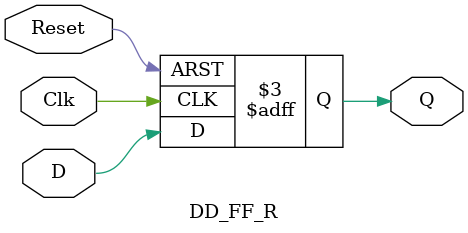
<source format=v>
`timescale 1ns / 1ps
module DD_FF_R(
    input D,
    input Clk,
    input Reset,
    output reg Q
    );

	always @ (posedge Clk , posedge Reset)
	begin
	if (Reset==1)
	Q <= 1'b0;
	else
	Q <= D;
	end

endmodule

</source>
